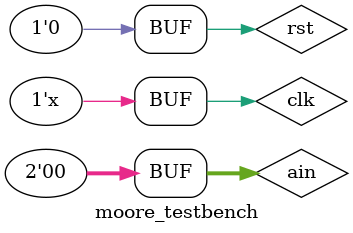
<source format=v>
`timescale 1ns / 1ps


module moore_testbench();
wire aout;
reg clk, rst;
reg [1:0]ain;

moore moore1(.aout(aout),.clk(clk),.rst(rst),.ain(ain),.state(state));

initial begin
    rst = 0;
end

initial begin
    clk = 0;
end
always begin
    #1 clk = ~clk;
end

initial begin
    ain = 00;
    #10 ain = 01;
    #10 ain = 10;
    #10 ain = 11;
    #10 ain = 11;
    #10 ain = 00;
    #10 ain = 10;
    #10 ain = 10;
    #10 ain = 01;
    #10 ain = 00;
end

   
endmodule


</source>
